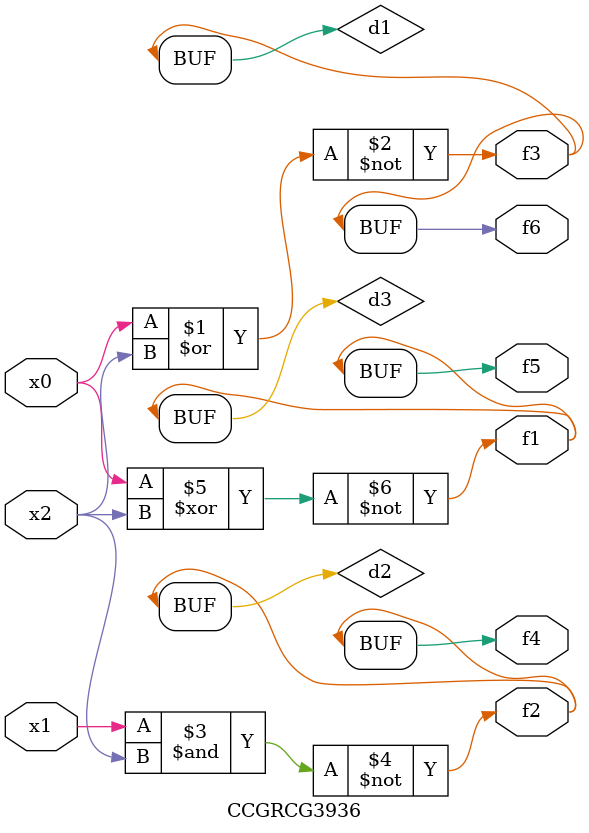
<source format=v>
module CCGRCG3936(
	input x0, x1, x2,
	output f1, f2, f3, f4, f5, f6
);

	wire d1, d2, d3;

	nor (d1, x0, x2);
	nand (d2, x1, x2);
	xnor (d3, x0, x2);
	assign f1 = d3;
	assign f2 = d2;
	assign f3 = d1;
	assign f4 = d2;
	assign f5 = d3;
	assign f6 = d1;
endmodule

</source>
